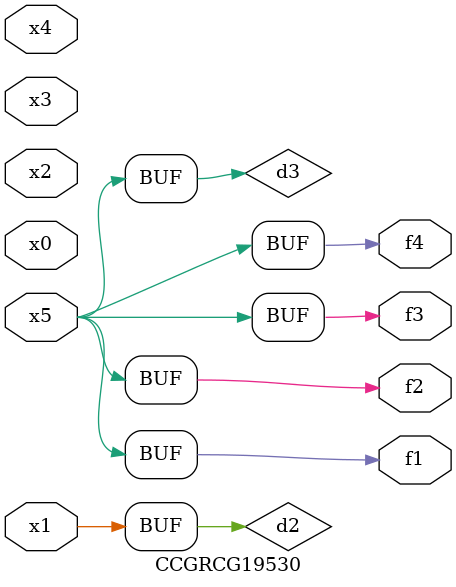
<source format=v>
module CCGRCG19530(
	input x0, x1, x2, x3, x4, x5,
	output f1, f2, f3, f4
);

	wire d1, d2, d3;

	not (d1, x5);
	or (d2, x1);
	xnor (d3, d1);
	assign f1 = d3;
	assign f2 = d3;
	assign f3 = d3;
	assign f4 = d3;
endmodule

</source>
